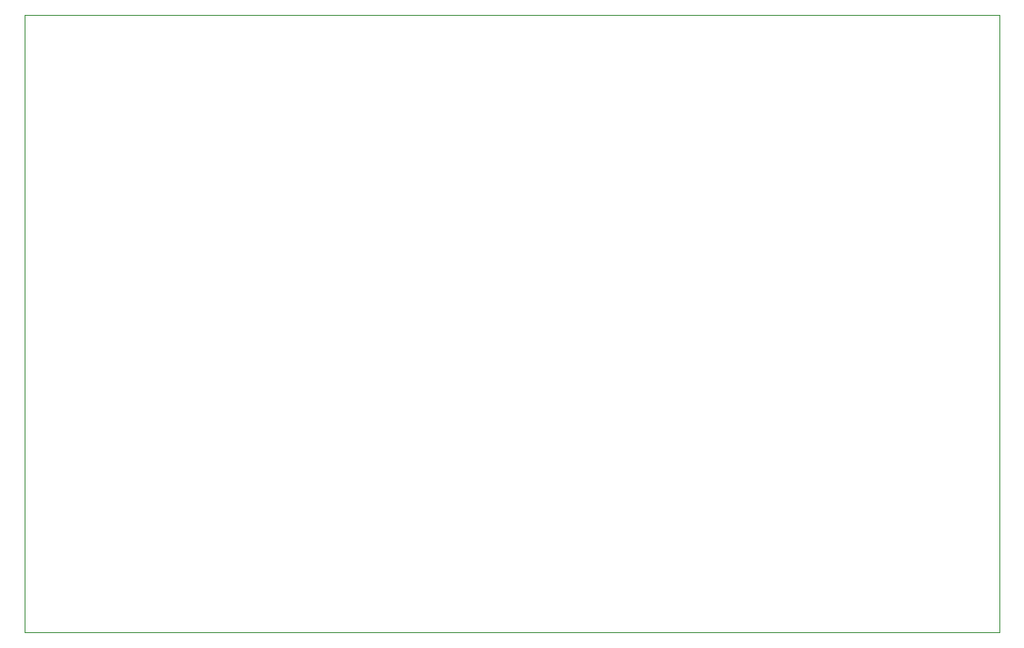
<source format=gbr>
%TF.GenerationSoftware,KiCad,Pcbnew,9.0.3*%
%TF.CreationDate,2025-09-24T14:37:44+05:30*%
%TF.ProjectId,esp_32,6573705f-3332-42e6-9b69-6361645f7063,rev?*%
%TF.SameCoordinates,Original*%
%TF.FileFunction,Profile,NP*%
%FSLAX46Y46*%
G04 Gerber Fmt 4.6, Leading zero omitted, Abs format (unit mm)*
G04 Created by KiCad (PCBNEW 9.0.3) date 2025-09-24 14:37:44*
%MOMM*%
%LPD*%
G01*
G04 APERTURE LIST*
%TA.AperFunction,Profile*%
%ADD10C,0.050000*%
%TD*%
G04 APERTURE END LIST*
D10*
X107900000Y-80450000D02*
X201900000Y-80450000D01*
X201900000Y-139950000D01*
X107900000Y-139950000D01*
X107900000Y-80450000D01*
M02*

</source>
